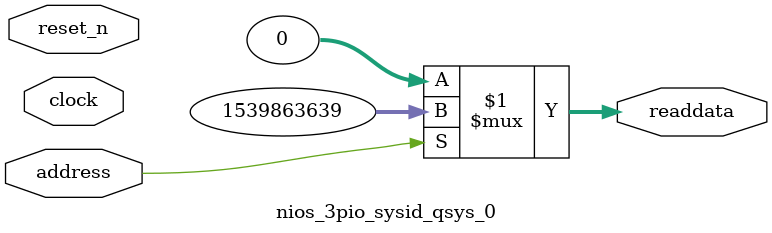
<source format=v>



// synthesis translate_off
`timescale 1ns / 1ps
// synthesis translate_on

// turn off superfluous verilog processor warnings 
// altera message_level Level1 
// altera message_off 10034 10035 10036 10037 10230 10240 10030 

module nios_3pio_sysid_qsys_0 (
               // inputs:
                address,
                clock,
                reset_n,

               // outputs:
                readdata
             )
;

  output  [ 31: 0] readdata;
  input            address;
  input            clock;
  input            reset_n;

  wire    [ 31: 0] readdata;
  //control_slave, which is an e_avalon_slave
  assign readdata = address ? 1539863639 : 0;

endmodule



</source>
